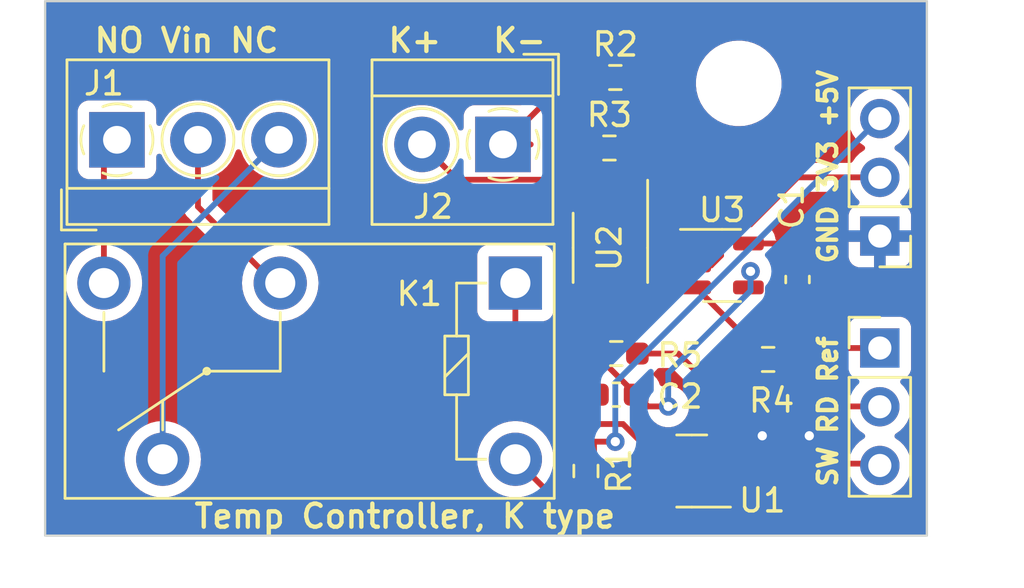
<source format=kicad_pcb>
(kicad_pcb (version 20221018) (generator pcbnew)
  (layers (0 "F.Cu" signal) (31 "B.Cu" signal) (34 "B.Paste" user) (35 "F.Paste" user) (36 "B.SilkS" user "B.Silkscreen") (37 "F.SilkS" user "F.Silkscreen") (38 "B.Mask" user) (39 "F.Mask" user) (44 "Edge.Cuts" user))
  (net 0 "")
  (net 1 "Net-(J1-Pin_1)")
  (net 2 "Net-(J1-Pin_2)")
  (net 3 "Net-(J1-Pin_3)")
  (net 4 "Net-(U1-Out)")
  (net 5 "Net-(K1-Pad5)")
  (net 6 "+5V")
  (net 7 "Net-(J2-Pin_1)")
  (net 8 "GND")
  (net 9 "Net-(R3-Pad1)")
  (net 10 "Net-(R3-Pad2)")
  (net 11 "Switch")
  (net 12 "Net-(U3-+)")
  (net 13 "Net-(U2-Ref)")
  (net 14 "Net-(U3--)")
  (net 15 "Net-(J2-Pin_2)")
  (net 16 "Net-(J3-Pin_1)")
  (net 17 "Net-(J3-Pin_2)")
  (net 18 "+3V3")
  (footprint "Resistor_SMD:R_0603_1608Metric_Pad0.98x0.95mm_HandSolder" (layer "F.Cu") (at 48.768 63.5 -90)
    (fp_text reference "R1" (at 0 -1.43 90) (layer "F.SilkS"))
    (fp_text value "125 R")
    (fp_line (start -0.254724 -0.5225) (end 0.254724 -0.5225) (stroke (width 0.12)) (layer "F.SilkS"))
    (fp_line (start -0.254724 0.5225) (end 0.254724 0.5225) (stroke (width 0.12)) (layer "F.SilkS"))
    (pad "1" smd roundrect (at -0.9125 0 270) (size 0.975 0.95) (layers "F.Cu" "F.Paste" "F.Mask") (net 6 "+5V"))
    (pad "2" smd roundrect (at 0.9125 0 270) (size 0.975 0.95) (layers "F.Cu" "F.Paste" "F.Mask") (net 5 "Net-(K1-Pad5)"))
  )
  (footprint "Resistor_SMD:R_0603_1608Metric_Pad0.98x0.95mm_HandSolder" (layer "F.Cu") (at 49.784 49.53)
    (fp_text reference "R3" (at 0 -1.43) (layer "F.SilkS"))
    (fp_text value "4.42 K")
    (fp_line (start -0.254724 -0.5225) (end 0.254724 -0.5225) (stroke (width 0.12)) (layer "F.SilkS"))
    (fp_line (start -0.254724 0.5225) (end 0.254724 0.5225) (stroke (width 0.12)) (layer "F.SilkS"))
    (pad "1" smd roundrect (at -0.9125 0) (size 0.975 0.95) (layers "F.Cu" "F.Paste" "F.Mask") (net 9 "Net-(R3-Pad1)"))
    (pad "2" smd roundrect (at 0.9125 0) (size 0.975 0.95) (layers "F.Cu" "F.Paste" "F.Mask") (net 10 "Net-(R3-Pad2)"))
  )
  (footprint "TerminalBlock_4Ucon:TerminalBlock_4Ucon_1x02_P3.50mm_Horizontal" (layer "F.Cu") (at 45.184 49.376 180)
    (fp_text reference "J2" (at 3.02 -2.694) (layer "F.SilkS"))
    (fp_text value "Screw_Terminal_01x02")
    (fp_line (start -2.4 2.16) (end -2.4 3.9) (stroke (width 0.12)) (layer "F.SilkS"))
    (fp_line (start -2.4 3.9) (end -0.9 3.9) (stroke (width 0.12)) (layer "F.SilkS"))
    (fp_line (start -2.16 -3.46) (end -2.16 3.66) (stroke (width 0.12)) (layer "F.SilkS"))
    (fp_line (start -2.16 -3.46) (end 5.66 -3.46) (stroke (width 0.12)) (layer "F.SilkS"))
    (fp_line (start -2.16 2.1) (end 5.66 2.1) (stroke (width 0.12)) (layer "F.SilkS"))
    (fp_line (start -2.16 3.66) (end 5.66 3.66) (stroke (width 0.12)) (layer "F.SilkS"))
    (fp_line (start 5.66 -3.46) (end 5.66 3.66) (stroke (width 0.12)) (layer "F.SilkS"))
    (fp_arc (start -1.432109 0.607742) (mid -1.555727 -0.00014) (end -1.432 -0.608) (stroke (width 0.12)) (layer "F.SilkS"))
    (fp_arc (start -0.607742 -1.432109) (mid 0.00014 -1.555727) (end 0.608 -1.432) (stroke (width 0.12)) (layer "F.SilkS"))
    (fp_arc (start 0.027011 1.555493) (mid -0.296984 1.527118) (end -0.608 1.432) (stroke (width 0.12)) (layer "F.SilkS"))
    (fp_arc (start 0.607587 1.431385) (mid 0.310017 1.523783) (end 0 1.555) (stroke (width 0.12)) (layer "F.SilkS"))
    (fp_arc (start 1.432109 -0.607742) (mid 1.555727 0.00014) (end 1.432 0.608) (stroke (width 0.12)) (layer "F.SilkS"))
    (fp_circle (center 3.5 0) (end 5.055 0) (stroke (width 0.12)) (fill none) (layer "F.SilkS"))
    (pad "1" thru_hole rect (at 0 0 180) (size 2.4 2.4) (drill 1.2) (layers "*.Cu" "*.Mask") (net 7 "Net-(J2-Pin_1)"))
    (pad "2" thru_hole circle (at 3.5 0 180) (size 2.4 2.4) (drill 1.2) (layers "*.Cu" "*.Mask") (net 15 "Net-(J2-Pin_2)"))
  )
  (footprint "Package_SO:MSOP-8_3x3mm_P0.65mm" (layer "F.Cu") (at 49.825 53.848 -90)
    (fp_text reference "U2" (at 0 0.041 90) (layer "F.SilkS"))
    (fp_text value "AD8236")
    (fp_line (start 0 -1.61) (end -2.925 -1.61) (stroke (width 0.12)) (layer "F.SilkS"))
    (fp_line (start 0 -1.61) (end 1.5 -1.61) (stroke (width 0.12)) (layer "F.SilkS"))
    (fp_line (start 0 1.61) (end -1.5 1.61) (stroke (width 0.12)) (layer "F.SilkS"))
    (fp_line (start 0 1.61) (end 1.5 1.61) (stroke (width 0.12)) (layer "F.SilkS"))
    (pad "1" smd roundrect (at -2.1125 -0.975 270) (size 1.625 0.4) (layers "F.Cu" "F.Paste" "F.Mask") (net 7 "Net-(J2-Pin_1)"))
    (pad "2" smd roundrect (at -2.1125 -0.325 270) (size 1.625 0.4) (layers "F.Cu" "F.Paste" "F.Mask") (net 10 "Net-(R3-Pad2)"))
    (pad "3" smd roundrect (at -2.1125 0.325 270) (size 1.625 0.4) (layers "F.Cu" "F.Paste" "F.Mask") (net 9 "Net-(R3-Pad1)"))
    (pad "4" smd roundrect (at -2.1125 0.975 270) (size 1.625 0.4) (layers "F.Cu" "F.Paste" "F.Mask") (net 15 "Net-(J2-Pin_2)"))
    (pad "5" smd roundrect (at 2.1125 0.975 270) (size 1.625 0.4) (layers "F.Cu" "F.Paste" "F.Mask") (net 8 "GND"))
    (pad "6" smd roundrect (at 2.1125 0.325 270) (size 1.625 0.4) (layers "F.Cu" "F.Paste" "F.Mask") (net 13 "Net-(U2-Ref)"))
    (pad "7" smd roundrect (at 2.1125 -0.325 270) (size 1.625 0.4) (layers "F.Cu" "F.Paste" "F.Mask") (net 17 "Net-(J3-Pin_2)"))
    (pad "8" smd roundrect (at 2.1125 -0.975 270) (size 1.625 0.4) (layers "F.Cu" "F.Paste" "F.Mask") (net 18 "+3V3"))
  )
  (footprint "Resistor_SMD:R_0603_1608Metric_Pad0.98x0.95mm_HandSolder" (layer "F.Cu") (at 50.038 46.482)
    (fp_text reference "R2" (at 0 -1.43) (layer "F.SilkS"))
    (fp_text value "1 M")
    (fp_line (start -0.254724 -0.5225) (end 0.254724 -0.5225) (stroke (width 0.12)) (layer "F.SilkS"))
    (fp_line (start -0.254724 0.5225) (end 0.254724 0.5225) (stroke (width 0.12)) (layer "F.SilkS"))
    (pad "1" smd roundrect (at -0.9125 0) (size 0.975 0.95) (layers "F.Cu" "F.Paste" "F.Mask") (net 7 "Net-(J2-Pin_1)"))
    (pad "2" smd roundrect (at 0.9125 0) (size 0.975 0.95) (layers "F.Cu" "F.Paste" "F.Mask") (net 8 "GND"))
  )
  (footprint "Capacitor_SMD:C_0603_1608Metric_Pad1.08x0.95mm_HandSolder" (layer "F.Cu") (at 50.079 60.198)
    (fp_text reference "C2" (at 2.753 0.0805) (layer "F.SilkS"))
    (fp_text value "4.7 uF")
    (fp_line (start -0.146267 -0.51) (end 0.146267 -0.51) (stroke (width 0.12)) (layer "F.SilkS"))
    (fp_line (start -0.146267 0.51) (end 0.146267 0.51) (stroke (width 0.12)) (layer "F.SilkS"))
    (pad "1" smd roundrect (at -0.8625 0) (size 1.075 0.95) (layers "F.Cu" "F.Paste" "F.Mask") (net 13 "Net-(U2-Ref)"))
    (pad "2" smd roundrect (at 0.8625 0) (size 1.075 0.95) (layers "F.Cu" "F.Paste" "F.Mask") (net 14 "Net-(U3--)"))
  )
  (footprint "Relay_THT:Relay_SPDT_Omron-G5Q-1" (layer "F.Cu") (at 45.72 55.372 180)
    (fp_text reference "K1" (at 4.15 -0.466) (layer "F.SilkS"))
    (fp_text value "G5Q-1")
    (fp_line (start -1.68 -9.31) (end 19.46 -9.31) (stroke (width 0.12)) (layer "F.SilkS"))
    (fp_line (start -1.68 1.69) (end -1.68 -9.31) (stroke (width 0.12)) (layer "F.SilkS"))
    (fp_line (start -1.68 1.69) (end 19.46 1.69) (stroke (width 0.12)) (layer "F.SilkS"))
    (fp_line (start 1.27 0) (end 2.54 0) (stroke (width 0.12)) (layer "F.SilkS"))
    (fp_line (start 2.03 -4.83) (end 2.54 -4.83) (stroke (width 0.12)) (layer "F.SilkS"))
    (fp_line (start 2.03 -3.05) (end 3.05 -4.06) (stroke (width 0.12)) (layer "F.SilkS"))
    (fp_line (start 2.03 -2.29) (end 2.03 -4.83) (stroke (width 0.12)) (layer "F.SilkS"))
    (fp_line (start 2.54 -7.62) (end 1.27 -7.62) (stroke (width 0.12)) (layer "F.SilkS"))
    (fp_line (start 2.54 -4.83) (end 2.54 -7.62) (stroke (width 0.12)) (layer "F.SilkS"))
    (fp_line (start 2.54 -4.83) (end 3.05 -4.83) (stroke (width 0.12)) (layer "F.SilkS"))
    (fp_line (start 2.54 -2.29) (end 2.03 -2.29) (stroke (width 0.12)) (layer "F.SilkS"))
    (fp_line (start 2.54 0) (end 2.54 -2.29) (stroke (width 0.12)) (layer "F.SilkS"))
    (fp_line (start 3.05 -4.83) (end 3.05 -2.29) (stroke (width 0.12)) (layer "F.SilkS"))
    (fp_line (start 3.05 -2.29) (end 2.54 -2.29) (stroke (width 0.12)) (layer "F.SilkS"))
    (fp_line (start 10.16 -3.81) (end 13.335 -3.81) (stroke (width 0.12)) (layer "F.SilkS"))
    (fp_line (start 10.16 -1.27) (end 10.16 -3.81) (stroke (width 0.12)) (layer "F.SilkS"))
    (fp_line (start 13.335 -3.81) (end 17.145 -6.35) (stroke (width 0.12)) (layer "F.SilkS"))
    (fp_line (start 15.24 -6.35) (end 15.24 -5.08) (stroke (width 0.12)) (layer "F.SilkS"))
    (fp_line (start 17.78 -1.27) (end 17.78 -3.81) (stroke (width 0.12)) (layer "F.SilkS"))
    (fp_line (start 19.46 1.69) (end 19.46 -9.31) (stroke (width 0.12)) (layer "F.SilkS"))
    (fp_circle (center 13.335 -3.81) (end 13.462 -3.81) (stroke (width 0.12)) (fill none) (layer "F.SilkS"))
    (pad "1" thru_hole rect (at 0 0) (size 2.3 2.3) (drill 1.3) (layers "*.Cu" "*.Mask") (net 4 "Net-(U1-Out)"))
    (pad "2" thru_hole circle (at 10.16 0) (size 2.3 2.3) (drill 1.3) (layers "*.Cu" "*.Mask") (net 2 "Net-(J1-Pin_2)"))
    (pad "3" thru_hole circle (at 17.78 0) (size 2.3 2.3) (drill 1.3) (layers "*.Cu" "*.Mask") (net 1 "Net-(J1-Pin_1)"))
    (pad "4" thru_hole circle (at 15.24 -7.62) (size 2.3 2.3) (drill 1.3) (layers "*.Cu" "*.Mask") (net 3 "Net-(J1-Pin_3)"))
    (pad "5" thru_hole circle (at 0 -7.62) (size 2.3 2.3) (drill 1.3) (layers "*.Cu" "*.Mask") (net 5 "Net-(K1-Pad5)"))
  )
  (footprint "Package_TO_SOT_SMD:SOT-23" (layer "F.Cu") (at 53.34 63.5 180)
    (fp_text reference "U1" (at -3.048 -1.27) (layer "F.SilkS"))
    (fp_text value "~")
    (fp_line (start 0 -1.56) (end -1.675 -1.56) (stroke (width 0.12)) (layer "F.SilkS"))
    (fp_line (start 0 -1.56) (end 0.65 -1.56) (stroke (width 0.12)) (layer "F.SilkS"))
    (fp_line (start 0 1.56) (end -0.65 1.56) (stroke (width 0.12)) (layer "F.SilkS"))
    (fp_line (start 0 1.56) (end 0.65 1.56) (stroke (width 0.12)) (layer "F.SilkS"))
    (pad "1" smd roundrect (at -0.9375 -0.95 180) (size 1.475 0.6) (layers "F.Cu" "F.Paste" "F.Mask") (net 11 "Switch"))
    (pad "2" smd roundrect (at -0.9375 0.95 180) (size 1.475 0.6) (layers "F.Cu" "F.Paste" "F.Mask") (net 8 "GND"))
    (pad "3" smd roundrect (at 0.9375 0 180) (size 1.475 0.6) (layers "F.Cu" "F.Paste" "F.Mask") (net 4 "Net-(U1-Out)"))
  )
  (footprint "MountingHole:MountingHole_3.2mm_M3" (layer "F.Cu") (at 55.372 46.736)
    (fp_text reference "H1" hide)
    (fp_text value "MountingHole")
    (pad "" np_thru_hole circle (at 0 0) (size 3.2 3.2) (drill 3.2) (layers "*.Cu" "*.Mask"))
  )
  (footprint "Package_TO_SOT_SMD:SOT-23-5" (layer "F.Cu") (at 54.651 54.61)
    (fp_text reference "U3" (at 0 -2.4) (layer "F.SilkS"))
    (fp_text value "ADA4610-1xRJ")
    (fp_line (start 0 -1.56) (end -1.8 -1.56) (stroke (width 0.12)) (layer "F.SilkS"))
    (fp_line (start 0 -1.56) (end 0.8 -1.56) (stroke (width 0.12)) (layer "F.SilkS"))
    (fp_line (start 0 1.56) (end -0.8 1.56) (stroke (width 0.12)) (layer "F.SilkS"))
    (fp_line (start 0 1.56) (end 0.8 1.56) (stroke (width 0.12)) (layer "F.SilkS"))
    (pad "1" smd roundrect (at -1.1375 -0.95) (size 1.325 0.6) (layers "F.Cu" "F.Paste" "F.Mask") (net 13 "Net-(U2-Ref)"))
    (pad "2" smd roundrect (at -1.1375 0) (size 1.325 0.6) (layers "F.Cu" "F.Paste" "F.Mask") (net 18 "+3V3"))
    (pad "3" smd roundrect (at -1.1375 0.95) (size 1.325 0.6) (layers "F.Cu" "F.Paste" "F.Mask") (net 12 "Net-(U3-+)"))
    (pad "4" smd roundrect (at 1.1375 0.95) (size 1.325 0.6) (layers "F.Cu" "F.Paste" "F.Mask") (net 14 "Net-(U3--)"))
    (pad "5" smd roundrect (at 1.1375 -0.95) (size 1.325 0.6) (layers "F.Cu" "F.Paste" "F.Mask") (net 8 "GND"))
  )
  (footprint "Resistor_SMD:R_0603_1608Metric_Pad0.98x0.95mm_HandSolder" (layer "F.Cu") (at 50.079 58.42)
    (fp_text reference "R5" (at 2.753 0.0805) (layer "F.SilkS"))
    (fp_text value "4.42 K")
    (fp_line (start -0.254724 -0.5225) (end 0.254724 -0.5225) (stroke (width 0.12)) (layer "F.SilkS"))
    (fp_line (start -0.254724 0.5225) (end 0.254724 0.5225) (stroke (width 0.12)) (layer "F.SilkS"))
    (pad "1" smd roundrect (at -0.9125 0) (size 0.975 0.95) (layers "F.Cu" "F.Paste" "F.Mask") (net 14 "Net-(U3--)"))
    (pad "2" smd roundrect (at 0.9125 0) (size 0.975 0.95) (layers "F.Cu" "F.Paste" "F.Mask") (net 17 "Net-(J3-Pin_2)"))
  )
  (footprint "Resistor_SMD:R_0603_1608Metric_Pad0.98x0.95mm_HandSolder" (layer "F.Cu") (at 56.642 58.674)
    (fp_text reference "R4" (at 0.1505 1.778) (layer "F.SilkS"))
    (fp_text value "4.42 K")
    (fp_line (start -0.254724 -0.5225) (end 0.254724 -0.5225) (stroke (width 0.12)) (layer "F.SilkS"))
    (fp_line (start -0.254724 0.5225) (end 0.254724 0.5225) (stroke (width 0.12)) (layer "F.SilkS"))
    (pad "1" smd roundrect (at -0.9125 0) (size 0.975 0.95) (layers "F.Cu" "F.Paste" "F.Mask") (net 12 "Net-(U3-+)"))
    (pad "2" smd roundrect (at 0.9125 0) (size 0.975 0.95) (layers "F.Cu" "F.Paste" "F.Mask") (net 16 "Net-(J3-Pin_1)"))
  )
  (footprint "Connector_PinHeader_2.54mm:PinHeader_1x03_P2.54mm_Vertical" (layer "F.Cu") (at 61.468 53.34 180)
    (fp_text reference "J5" hide)
    (fp_text value "Conn_01x03_Pin")
    (fp_line (start -1.33 -1.33) (end 0 -1.33) (stroke (width 0.12)) (layer "F.SilkS"))
    (fp_line (start -1.33 0) (end -1.33 -1.33) (stroke (width 0.12)) (layer "F.SilkS"))
    (fp_line (start -1.33 1.27) (end -1.33 6.41) (stroke (width 0.12)) (layer "F.SilkS"))
    (fp_line (start -1.33 1.27) (end 1.33 1.27) (stroke (width 0.12)) (layer "F.SilkS"))
    (fp_line (start -1.33 6.41) (end 1.33 6.41) (stroke (width 0.12)) (layer "F.SilkS"))
    (fp_line (start 1.33 1.27) (end 1.33 6.41) (stroke (width 0.12)) (layer "F.SilkS"))
    (pad "1" thru_hole rect (at 0 0 180) (size 1.7 1.7) (drill 1) (layers "*.Cu" "*.Mask") (net 8 "GND"))
    (pad "2" thru_hole oval (at 0 2.54 180) (size 1.7 1.7) (drill 1) (layers "*.Cu" "*.Mask") (net 18 "+3V3"))
    (pad "3" thru_hole oval (at 0 5.08 180) (size 1.7 1.7) (drill 1) (layers "*.Cu" "*.Mask") (net 6 "+5V"))
  )
  (footprint "Connector_PinHeader_2.54mm:PinHeader_1x03_P2.54mm_Vertical" (layer "F.Cu") (at 61.468 58.181)
    (fp_text reference "J3" hide)
    (fp_text value "Conn_01x03_Pin")
    (fp_line (start -1.33 -1.33) (end 0 -1.33) (stroke (width 0.12)) (layer "F.SilkS"))
    (fp_line (start -1.33 0) (end -1.33 -1.33) (stroke (width 0.12)) (layer "F.SilkS"))
    (fp_line (start -1.33 1.27) (end -1.33 6.41) (stroke (width 0.12)) (layer "F.SilkS"))
    (fp_line (start -1.33 1.27) (end 1.33 1.27) (stroke (width 0.12)) (layer "F.SilkS"))
    (fp_line (start -1.33 6.41) (end 1.33 6.41) (stroke (width 0.12)) (layer "F.SilkS"))
    (fp_line (start 1.33 1.27) (end 1.33 6.41) (stroke (width 0.12)) (layer "F.SilkS"))
    (pad "1" thru_hole rect (at 0 0) (size 1.7 1.7) (drill 1) (layers "*.Cu" "*.Mask") (net 16 "Net-(J3-Pin_1)"))
    (pad "2" thru_hole oval (at 0 2.54) (size 1.7 1.7) (drill 1) (layers "*.Cu" "*.Mask") (net 17 "Net-(J3-Pin_2)"))
    (pad "3" thru_hole oval (at 0 5.08) (size 1.7 1.7) (drill 1) (layers "*.Cu" "*.Mask") (net 11 "Switch"))
  )
  (footprint "TerminalBlock_4Ucon:TerminalBlock_4Ucon_1x03_P3.50mm_Horizontal" (layer "F.Cu") (at 28.504 49.176)
    (fp_text reference "J1" (at -0.564 -2.44) (layer "F.SilkS"))
    (fp_text value "Screw_Terminal_01x03")
    (fp_line (start -2.4 2.16) (end -2.4 3.9) (stroke (width 0.12)) (layer "F.SilkS"))
    (fp_line (start -2.4 3.9) (end -0.9 3.9) (stroke (width 0.12)) (layer "F.SilkS"))
    (fp_line (start -2.16 -3.46) (end -2.16 3.66) (stroke (width 0.12)) (layer "F.SilkS"))
    (fp_line (start -2.16 -3.46) (end 9.16 -3.46) (stroke (width 0.12)) (layer "F.SilkS"))
    (fp_line (start -2.16 2.1) (end 9.16 2.1) (stroke (width 0.12)) (layer "F.SilkS"))
    (fp_line (start -2.16 3.66) (end 9.16 3.66) (stroke (width 0.12)) (layer "F.SilkS"))
    (fp_line (start 9.16 -3.46) (end 9.16 3.66) (stroke (width 0.12)) (layer "F.SilkS"))
    (fp_arc (start -1.432109 0.607742) (mid -1.555727 -0.00014) (end -1.432 -0.608) (stroke (width 0.12)) (layer "F.SilkS"))
    (fp_arc (start -0.607742 -1.432109) (mid 0.00014 -1.555727) (end 0.608 -1.432) (stroke (width 0.12)) (layer "F.SilkS"))
    (fp_arc (start 0.027011 1.555493) (mid -0.296984 1.527118) (end -0.608 1.432) (stroke (width 0.12)) (layer "F.SilkS"))
    (fp_arc (start 0.607587 1.431385) (mid 0.310017 1.523783) (end 0 1.555) (stroke (width 0.12)) (layer "F.SilkS"))
    (fp_arc (start 1.432109 -0.607742) (mid 1.555727 0.00014) (end 1.432 0.608) (stroke (width 0.12)) (layer "F.SilkS"))
    (fp_circle (center 3.5 0) (end 5.055 0) (stroke (width 0.12)) (fill none) (layer "F.SilkS"))
    (fp_circle (center 7 0) (end 8.555 0) (stroke (width 0.12)) (fill none) (layer "F.SilkS"))
    (pad "1" thru_hole rect (at 0 0) (size 2.4 2.4) (drill 1.2) (layers "*.Cu" "*.Mask") (net 1 "Net-(J1-Pin_1)"))
    (pad "2" thru_hole circle (at 3.5 0) (size 2.4 2.4) (drill 1.2) (layers "*.Cu" "*.Mask") (net 2 "Net-(J1-Pin_2)"))
    (pad "3" thru_hole circle (at 7 0) (size 2.4 2.4) (drill 1.2) (layers "*.Cu" "*.Mask") (net 3 "Net-(J1-Pin_3)"))
  )
  (footprint "Capacitor_SMD:C_0603_1608Metric_Pad1.08x0.95mm_HandSolder" (layer "F.Cu") (at 57.912 55.2185 90)
    (fp_text reference "C1" (at 3.1485 -0.254 90) (layer "F.SilkS"))
    (fp_text value "4.7 uF")
    (fp_line (start -0.146267 -0.51) (end 0.146267 -0.51) (stroke (width 0.12)) (layer "F.SilkS"))
    (fp_line (start -0.146267 0.51) (end 0.146267 0.51) (stroke (width 0.12)) (layer "F.SilkS"))
    (pad "1" smd roundrect (at -0.8625 0 90) (size 1.075 0.95) (layers "F.Cu" "F.Paste" "F.Mask") (net 12 "Net-(U3-+)"))
    (pad "2" smd roundrect (at 0.8625 0 90) (size 1.075 0.95) (layers "F.Cu" "F.Paste" "F.Mask") (net 8 "GND"))
  )
  (gr_rect (start 25.4 43.18) (end 63.5 66.294) (stroke (width 0.1)) (fill none) (layer "Edge.Cuts"))
  (gr_text "K+   K-\n" (at 40.132 45.466) (layer "F.SilkS") (effects (font (size 1 1) (thickness 0.1875)) (justify left bottom)))
  (gr_text "GND 3V3 +5V" (at 59.69 54.61 90) (layer "F.SilkS") (effects (font (size 0.8 0.8) (thickness 0.1875)) (justify left bottom)))
  (gr_text "Temp Controller, K type " (at 31.75 66.04) (layer "F.SilkS") (effects (font (size 1 1) (thickness 0.1875)) (justify left bottom)))
  (gr_text "NO Vin NC" (at 27.432 45.466) (layer "F.SilkS") (effects (font (size 1 1) (thickness 0.1875)) (justify left bottom)))
  (gr_text "SW RD Ref\n" (at 59.69 64.262 90) (layer "F.SilkS") (effects (font (size 0.8 0.8) (thickness 0.1875)) (justify left bottom)))
  (segment (start 27.94 55.626) (end 27.94 49.74) (width 0.25) (layer "F.Cu") (net 1))
  (segment (start 27.94 49.74) (end 28.504 49.176) (width 0.25) (layer "F.Cu") (net 1))
  (segment (start 32.004 52.07) (end 32.004 49.176) (width 0.25) (layer "F.Cu") (net 2))
  (segment (start 35.56 55.626) (end 32.004 52.07) (width 0.25) (layer "F.Cu") (net 2))
  (segment (start 30.48 63.246) (end 30.48 54.2) (width 0.25) (layer "B.Cu") (net 3))
  (segment (start 30.48 54.2) (end 35.504 49.176) (width 0.25) (layer "B.Cu") (net 3))
  (segment (start 45.72 59.182) (end 45.72 55.626) (width 0.25) (layer "F.Cu") (net 4))
  (segment (start 52.4025 63.5) (end 50.3705 61.468) (width 0.25) (layer "F.Cu") (net 4))
  (segment (start 50.3705 61.468) (end 48.006 61.468) (width 0.25) (layer "F.Cu") (net 4))
  (segment (start 48.006 61.468) (end 45.72 59.182) (width 0.25) (layer "F.Cu") (net 4))
  (segment (start 48.768 64.4125) (end 47.1405 64.4125) (width 0.25) (layer "F.Cu") (net 5))
  (segment (start 47.1405 64.4125) (end 45.72 62.992) (width 0.25) (layer "F.Cu") (net 5))
  (segment (start 50.038 62.23) (end 48.768 62.23) (width 0.25) (layer "F.Cu") (net 6))
  (via (at 50.038 62.23) (size 0.8) (drill 0.4) (layers "F.Cu" "B.Cu") (net 6))
  (segment (start 50.038 59.680695) (end 61.458695 48.26) (width 0.25) (layer "B.Cu") (net 6))
  (segment (start 50.038 62.23) (end 50.038 59.680695) (width 0.25) (layer "B.Cu") (net 6))
  (segment (start 61.458695 48.26) (end 61.468 48.26) (width 0.25) (layer "B.Cu") (net 6))
  (segment (start 51.857 48.555) (end 51.857 50.044) (width 0.25) (layer "F.Cu") (net 7))
  (segment (start 51.1575 48.514) (end 51.816 48.514) (width 0.25) (layer "F.Cu") (net 7))
  (segment (start 51.816 48.514) (end 51.857 48.555) (width 0.25) (layer "F.Cu") (net 7))
  (segment (start 51.857 50.044) (end 50.8 51.101) (width 0.25) (layer "F.Cu") (net 7))
  (segment (start 45.184 49.376) (end 48.078 46.482) (width 0.25) (layer "F.Cu") (net 7))
  (segment (start 49.1255 46.482) (end 51.1575 48.514) (width 0.25) (layer "F.Cu") (net 7))
  (segment (start 48.078 46.482) (end 49.1255 46.482) (width 0.25) (layer "F.Cu") (net 7))
  (segment (start 45.184 49.376) (end 46.382 49.376) (width 0.25) (layer "F.Cu") (net 7))
  (segment (start 55.7885 53.66) (end 57.216 53.66) (width 0.25) (layer "F.Cu") (net 8))
  (segment (start 51.42 52.578) (end 52.07 52.578) (width 0.25) (layer "F.Cu") (net 8))
  (segment (start 48.85 55.9605) (end 48.85 55.148) (width 0.25) (layer "F.Cu") (net 8))
  (segment (start 48.85 55.148) (end 51.42 52.578) (width 0.25) (layer "F.Cu") (net 8))
  (segment (start 55.88 53.793) (end 55.7885 53.7015) (width 0.25) (layer "F.Cu") (net 8))
  (segment (start 57.216 53.66) (end 57.912 54.356) (width 0.25) (layer "F.Cu") (net 8))
  (via (at 58.42 61.976) (size 0.8) (drill 0.4) (layers "F.Cu" "B.Cu") (net 8))
  (via (at 56.388 61.976) (size 0.8) (drill 0.4) (layers "F.Cu" "B.Cu") (net 8))
  (segment (start 49.5 51.101) (end 49.5 50.1585) (width 0.25) (layer "F.Cu") (net 9))
  (segment (start 49.5 50.1585) (end 48.8715 49.53) (width 0.25) (layer "F.Cu") (net 9))
  (segment (start 50.15 51.101) (end 50.15 50.0765) (width 0.25) (layer "F.Cu") (net 10))
  (segment (start 50.15 50.0765) (end 50.9915 49.235) (width 0.25) (layer "F.Cu") (net 10))
  (segment (start 55.5475 63.18) (end 61.387 63.18) (width 0.25) (layer "F.Cu") (net 11))
  (segment (start 61.387 63.18) (end 61.468 63.261) (width 0.25) (layer "F.Cu") (net 11))
  (segment (start 54.2775 64.45) (end 55.5475 63.18) (width 0.25) (layer "F.Cu") (net 11))
  (segment (start 55.7295 58.674) (end 55.7295 57.776) (width 0.25) (layer "F.Cu") (net 12))
  (segment (start 57.4245 56.081) (end 55.7295 57.776) (width 0.25) (layer "F.Cu") (net 12))
  (segment (start 57.912 56.081) (end 57.4245 56.081) (width 0.25) (layer "F.Cu") (net 12))
  (segment (start 55.7295 57.776) (end 53.5135 55.56) (width 0.25) (layer "F.Cu") (net 12))
  (segment (start 48.354 59.3355) (end 48.354 57.919) (width 0.25) (layer "F.Cu") (net 13))
  (segment (start 49.5 55.196958) (end 49.5 55.9605) (width 0.25) (layer "F.Cu") (net 13))
  (segment (start 48.354 57.919) (end 49.5 56.773) (width 0.25) (layer "F.Cu") (net 13))
  (segment (start 53.5135 53.66) (end 51.036958 53.66) (width 0.25) (layer "F.Cu") (net 13))
  (segment (start 48.354 59.3355) (end 49.2165 60.198) (width 0.25) (layer "F.Cu") (net 13))
  (segment (start 49.5 56.773) (end 49.5 55.9605) (width 0.25) (layer "F.Cu") (net 13))
  (segment (start 49.5 55.148) (end 49.5 55.9605) (width 0.25) (layer "F.Cu") (net 13))
  (segment (start 51.036958 53.66) (end 49.5 55.196958) (width 0.25) (layer "F.Cu") (net 13))
  (segment (start 49.1665 58.423) (end 50.9415 60.198) (width 0.25) (layer "F.Cu") (net 14))
  (segment (start 49.1665 58.42) (end 49.1665 58.423) (width 0.25) (layer "F.Cu") (net 14))
  (segment (start 51.4495 60.706) (end 50.9415 60.198) (width 0.25) (layer "F.Cu") (net 14))
  (segment (start 52.324 60.706) (end 51.4495 60.706) (width 0.25) (layer "F.Cu") (net 14))
  (segment (start 49.5 58.296) (end 49.624 58.42) (width 0.25) (layer "F.Cu") (net 14))
  (via (at 55.88 54.864) (size 0.8) (drill 0.4) (layers "F.Cu" "B.Cu") (net 14))
  (via (at 52.324 60.706) (size 0.8) (drill 0.4) (layers "F.Cu" "B.Cu") (net 14))
  (segment (start 52.324 59.2625) (end 55.88 55.7065) (width 0.25) (layer "B.Cu") (net 14))
  (segment (start 55.88 55.7065) (end 55.88 54.864) (width 0.25) (layer "B.Cu") (net 14))
  (segment (start 52.324 60.706) (end 52.324 59.2625) (width 0.25) (layer "B.Cu") (net 14))
  (segment (start 48.0155 50.901) (end 43.209 50.901) (width 0.25) (layer "F.Cu") (net 15))
  (segment (start 43.209 50.901) (end 41.684 49.376) (width 0.25) (layer "F.Cu") (net 15))
  (segment (start 48.85 51.7355) (end 48.0155 50.901) (width 0.25) (layer "F.Cu") (net 15))
  (segment (start 58.0475 58.181) (end 57.5545 58.674) (width 0.25) (layer "F.Cu") (net 16))
  (segment (start 61.468 58.181) (end 58.0475 58.181) (width 0.25) (layer "F.Cu") (net 16))
  (segment (start 50.15 57.5785) (end 50.15 55.9605) (width 0.25) (layer "F.Cu") (net 17))
  (segment (start 61.468 60.706) (end 55.0375 60.706) (width 0.25) (layer "F.Cu") (net 17))
  (segment (start 55.0375 60.706) (end 54.82375 60.49225) (width 0.25) (layer "F.Cu") (net 17))
  (segment (start 52.7515 58.42) (end 50.9915 58.42) (width 0.25) (layer "F.Cu") (net 17))
  (segment (start 54.82375 60.49225) (end 52.7515 58.42) (width 0.25) (layer "F.Cu") (net 17))
  (segment (start 50.9915 58.42) (end 50.15 57.5785) (width 0.25) (layer "F.Cu") (net 17))
  (segment (start 61.468 50.8) (end 57.912 50.8) (width 0.25) (layer "F.Cu") (net 18))
  (segment (start 54.60675 54.17925) (end 54.176 54.61) (width 0.25) (layer "F.Cu") (net 18))
  (segment (start 52.1505 54.61) (end 53.5135 54.61) (width 0.25) (layer "F.Cu") (net 18))
  (segment (start 54.60675 53.34325) (end 54.60675 54.17925) (width 0.25) (layer "F.Cu") (net 18))
  (segment (start 50.8 55.9605) (end 52.1505 54.61) (width 0.25) (layer "F.Cu") (net 18))
  (segment (start 57.912 50.8) (end 55.88 52.832) (width 0.25) (layer "F.Cu") (net 18))
  (segment (start 54.176 54.61) (end 53.5135 54.61) (width 0.25) (layer "F.Cu") (net 18))
  (segment (start 55.88 52.832) (end 55.118 52.832) (width 0.25) (layer "F.Cu") (net 18))
  (segment (start 55.118 52.832) (end 54.60675 53.34325) (width 0.25) (layer "F.Cu") (net 18))
  (zone (net 8) (net_name "GND") (layers "F&B.Cu") (connect_pads (clearance 0.5)) (min_thickness 0.25) (fill yes (thermal_gap 0.5) (thermal_bridge_width 0.5))
    (polygon (pts (xy 25.4 68.58) (xy 25.4 43.18) (xy 63.5 43.18) (xy 63.5 68.58)))
  )
)
</source>
